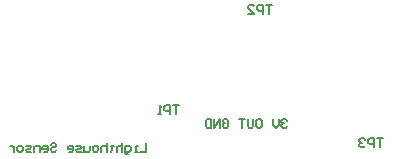
<source format=gbo>
G04 Layer_Color=32896*
%FSAX24Y24*%
%MOIN*%
G70*
G01*
G75*
%ADD26C,0.0060*%
D26*
X099560Y045333D02*
X099513Y045380D01*
X099420D01*
X099373Y045333D01*
Y045287D01*
X099420Y045240D01*
X099467D01*
X099420D01*
X099373Y045193D01*
Y045147D01*
X099420Y045100D01*
X099513D01*
X099560Y045147D01*
X099280Y045380D02*
Y045193D01*
X099187Y045100D01*
X099093Y045193D01*
Y045380D01*
X098580D02*
X098674D01*
X098720Y045333D01*
Y045147D01*
X098674Y045100D01*
X098580D01*
X098534Y045147D01*
Y045333D01*
X098580Y045380D01*
X098440D02*
Y045147D01*
X098394Y045100D01*
X098300D01*
X098254Y045147D01*
Y045380D01*
X098160D02*
X097974D01*
X098067D01*
Y045100D01*
X097414Y045333D02*
X097461Y045380D01*
X097554D01*
X097601Y045333D01*
Y045147D01*
X097554Y045100D01*
X097461D01*
X097414Y045147D01*
Y045240D01*
X097507D01*
X097321Y045100D02*
Y045380D01*
X097134Y045100D01*
Y045380D01*
X097041D02*
Y045100D01*
X096901D01*
X096854Y045147D01*
Y045333D01*
X096901Y045380D01*
X097041D01*
X094860Y044580D02*
Y044300D01*
X094673D01*
X094580D02*
X094487D01*
X094533D01*
Y044487D01*
X094580D01*
X094254Y044207D02*
X094207D01*
X094160Y044253D01*
Y044487D01*
X094300D01*
X094347Y044440D01*
Y044347D01*
X094300Y044300D01*
X094160D01*
X094067Y044580D02*
Y044300D01*
Y044440D01*
X094020Y044487D01*
X093927D01*
X093880Y044440D01*
Y044300D01*
X093740Y044533D02*
Y044487D01*
X093787D01*
X093694D01*
X093740D01*
Y044347D01*
X093694Y044300D01*
X093554Y044580D02*
Y044300D01*
Y044440D01*
X093507Y044487D01*
X093414D01*
X093367Y044440D01*
Y044300D01*
X093227D02*
X093134D01*
X093087Y044347D01*
Y044440D01*
X093134Y044487D01*
X093227D01*
X093274Y044440D01*
Y044347D01*
X093227Y044300D01*
X092994Y044487D02*
Y044347D01*
X092947Y044300D01*
X092807D01*
Y044487D01*
X092714Y044300D02*
X092574D01*
X092527Y044347D01*
X092574Y044393D01*
X092667D01*
X092714Y044440D01*
X092667Y044487D01*
X092527D01*
X092294Y044300D02*
X092387D01*
X092434Y044347D01*
Y044440D01*
X092387Y044487D01*
X092294D01*
X092248Y044440D01*
Y044393D01*
X092434D01*
X091688Y044533D02*
X091734Y044580D01*
X091828D01*
X091874Y044533D01*
Y044487D01*
X091828Y044440D01*
X091734D01*
X091688Y044393D01*
Y044347D01*
X091734Y044300D01*
X091828D01*
X091874Y044347D01*
X091454Y044300D02*
X091548D01*
X091594Y044347D01*
Y044440D01*
X091548Y044487D01*
X091454D01*
X091408Y044440D01*
Y044393D01*
X091594D01*
X091314Y044300D02*
Y044487D01*
X091175D01*
X091128Y044440D01*
Y044300D01*
X091035D02*
X090895D01*
X090848Y044347D01*
X090895Y044393D01*
X090988D01*
X091035Y044440D01*
X090988Y044487D01*
X090848D01*
X090708Y044300D02*
X090615D01*
X090568Y044347D01*
Y044440D01*
X090615Y044487D01*
X090708D01*
X090755Y044440D01*
Y044347D01*
X090708Y044300D01*
X090475Y044487D02*
Y044300D01*
Y044393D01*
X090428Y044440D01*
X090381Y044487D01*
X090335D01*
X099060Y049200D02*
X098860D01*
X098960D01*
Y048900D01*
X098760D02*
Y049200D01*
X098610D01*
X098560Y049150D01*
Y049050D01*
X098610Y049000D01*
X098760D01*
X098260Y048900D02*
X098460D01*
X098260Y049100D01*
Y049150D01*
X098310Y049200D01*
X098410D01*
X098460Y049150D01*
X095960Y045850D02*
X095760D01*
X095860D01*
Y045550D01*
X095660D02*
Y045850D01*
X095510D01*
X095460Y045800D01*
Y045700D01*
X095510Y045650D01*
X095660D01*
X095360Y045550D02*
X095260D01*
X095310D01*
Y045850D01*
X095360Y045800D01*
X102760Y044750D02*
X102560D01*
X102660D01*
Y044450D01*
X102460D02*
Y044750D01*
X102310D01*
X102260Y044700D01*
Y044600D01*
X102310Y044550D01*
X102460D01*
X102160Y044700D02*
X102110Y044750D01*
X102010D01*
X101960Y044700D01*
Y044650D01*
X102010Y044600D01*
X102060D01*
X102010D01*
X101960Y044550D01*
Y044500D01*
X102010Y044450D01*
X102110D01*
X102160Y044500D01*
M02*

</source>
